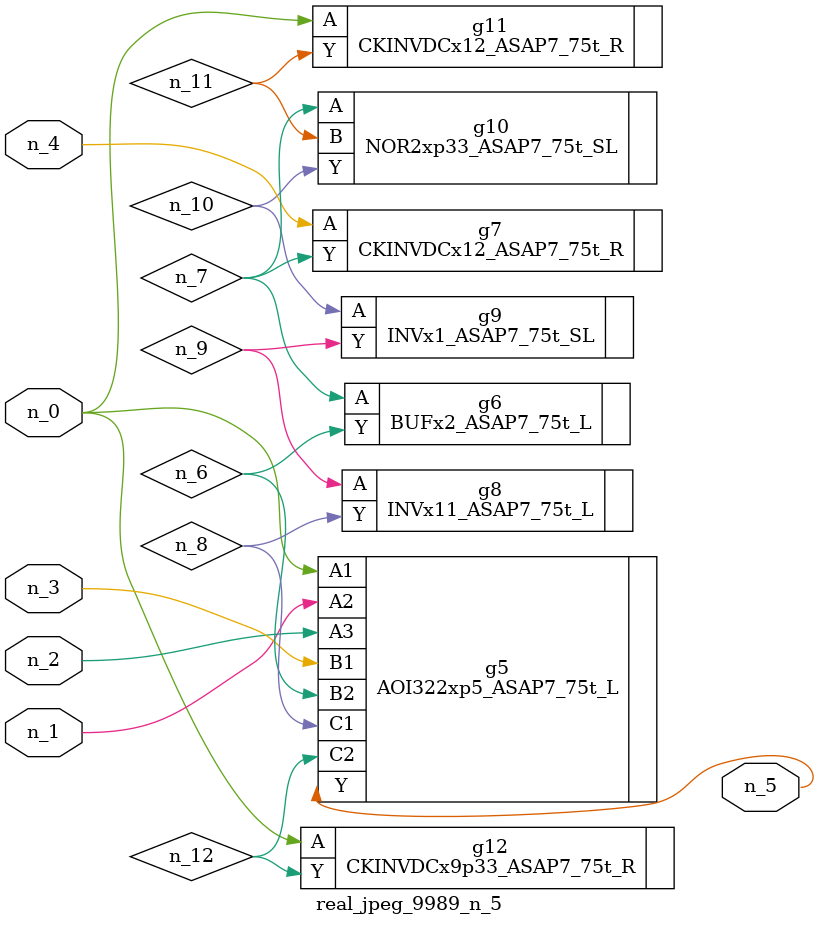
<source format=v>
module real_jpeg_9989_n_5 (n_4, n_0, n_1, n_2, n_3, n_5);

input n_4;
input n_0;
input n_1;
input n_2;
input n_3;

output n_5;

wire n_12;
wire n_8;
wire n_11;
wire n_6;
wire n_7;
wire n_10;
wire n_9;

AOI322xp5_ASAP7_75t_L g5 ( 
.A1(n_0),
.A2(n_1),
.A3(n_2),
.B1(n_3),
.B2(n_6),
.C1(n_8),
.C2(n_12),
.Y(n_5)
);

CKINVDCx12_ASAP7_75t_R g11 ( 
.A(n_0),
.Y(n_11)
);

CKINVDCx9p33_ASAP7_75t_R g12 ( 
.A(n_0),
.Y(n_12)
);

CKINVDCx12_ASAP7_75t_R g7 ( 
.A(n_4),
.Y(n_7)
);

BUFx2_ASAP7_75t_L g6 ( 
.A(n_7),
.Y(n_6)
);

NOR2xp33_ASAP7_75t_SL g10 ( 
.A(n_7),
.B(n_11),
.Y(n_10)
);

INVx11_ASAP7_75t_L g8 ( 
.A(n_9),
.Y(n_8)
);

INVx1_ASAP7_75t_SL g9 ( 
.A(n_10),
.Y(n_9)
);


endmodule
</source>
